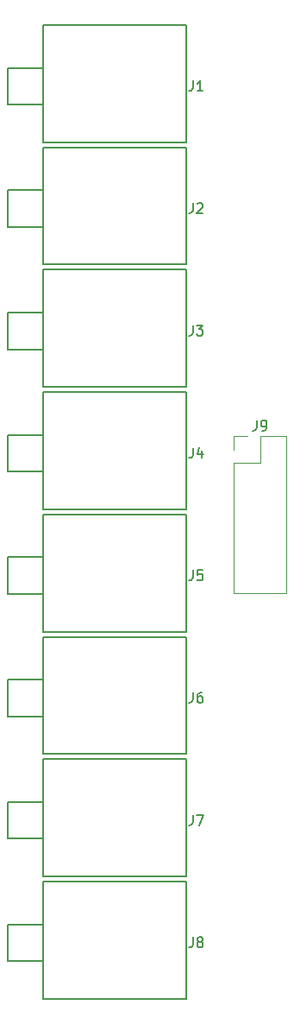
<source format=gbr>
G04 #@! TF.GenerationSoftware,KiCad,Pcbnew,9.0.0*
G04 #@! TF.CreationDate,2025-02-23T15:49:32-07:00*
G04 #@! TF.ProjectId,Patch_Bay,50617463-685f-4426-9179-2e6b69636164,rev?*
G04 #@! TF.SameCoordinates,Original*
G04 #@! TF.FileFunction,Legend,Top*
G04 #@! TF.FilePolarity,Positive*
%FSLAX46Y46*%
G04 Gerber Fmt 4.6, Leading zero omitted, Abs format (unit mm)*
G04 Created by KiCad (PCBNEW 9.0.0) date 2025-02-23 15:49:32*
%MOMM*%
%LPD*%
G01*
G04 APERTURE LIST*
%ADD10C,0.150000*%
%ADD11C,0.120000*%
G04 APERTURE END LIST*
D10*
X14666666Y-7454819D02*
X14666666Y-8169104D01*
X14666666Y-8169104D02*
X14619047Y-8311961D01*
X14619047Y-8311961D02*
X14523809Y-8407200D01*
X14523809Y-8407200D02*
X14380952Y-8454819D01*
X14380952Y-8454819D02*
X14285714Y-8454819D01*
X15666666Y-8454819D02*
X15095238Y-8454819D01*
X15380952Y-8454819D02*
X15380952Y-7454819D01*
X15380952Y-7454819D02*
X15285714Y-7597676D01*
X15285714Y-7597676D02*
X15190476Y-7692914D01*
X15190476Y-7692914D02*
X15095238Y-7740533D01*
X14666666Y-19454819D02*
X14666666Y-20169104D01*
X14666666Y-20169104D02*
X14619047Y-20311961D01*
X14619047Y-20311961D02*
X14523809Y-20407200D01*
X14523809Y-20407200D02*
X14380952Y-20454819D01*
X14380952Y-20454819D02*
X14285714Y-20454819D01*
X15095238Y-19550057D02*
X15142857Y-19502438D01*
X15142857Y-19502438D02*
X15238095Y-19454819D01*
X15238095Y-19454819D02*
X15476190Y-19454819D01*
X15476190Y-19454819D02*
X15571428Y-19502438D01*
X15571428Y-19502438D02*
X15619047Y-19550057D01*
X15619047Y-19550057D02*
X15666666Y-19645295D01*
X15666666Y-19645295D02*
X15666666Y-19740533D01*
X15666666Y-19740533D02*
X15619047Y-19883390D01*
X15619047Y-19883390D02*
X15047619Y-20454819D01*
X15047619Y-20454819D02*
X15666666Y-20454819D01*
X14666666Y-31454819D02*
X14666666Y-32169104D01*
X14666666Y-32169104D02*
X14619047Y-32311961D01*
X14619047Y-32311961D02*
X14523809Y-32407200D01*
X14523809Y-32407200D02*
X14380952Y-32454819D01*
X14380952Y-32454819D02*
X14285714Y-32454819D01*
X15047619Y-31454819D02*
X15666666Y-31454819D01*
X15666666Y-31454819D02*
X15333333Y-31835771D01*
X15333333Y-31835771D02*
X15476190Y-31835771D01*
X15476190Y-31835771D02*
X15571428Y-31883390D01*
X15571428Y-31883390D02*
X15619047Y-31931009D01*
X15619047Y-31931009D02*
X15666666Y-32026247D01*
X15666666Y-32026247D02*
X15666666Y-32264342D01*
X15666666Y-32264342D02*
X15619047Y-32359580D01*
X15619047Y-32359580D02*
X15571428Y-32407200D01*
X15571428Y-32407200D02*
X15476190Y-32454819D01*
X15476190Y-32454819D02*
X15190476Y-32454819D01*
X15190476Y-32454819D02*
X15095238Y-32407200D01*
X15095238Y-32407200D02*
X15047619Y-32359580D01*
X14666666Y-43454819D02*
X14666666Y-44169104D01*
X14666666Y-44169104D02*
X14619047Y-44311961D01*
X14619047Y-44311961D02*
X14523809Y-44407200D01*
X14523809Y-44407200D02*
X14380952Y-44454819D01*
X14380952Y-44454819D02*
X14285714Y-44454819D01*
X15571428Y-43788152D02*
X15571428Y-44454819D01*
X15333333Y-43407200D02*
X15095238Y-44121485D01*
X15095238Y-44121485D02*
X15714285Y-44121485D01*
X14666666Y-55454819D02*
X14666666Y-56169104D01*
X14666666Y-56169104D02*
X14619047Y-56311961D01*
X14619047Y-56311961D02*
X14523809Y-56407200D01*
X14523809Y-56407200D02*
X14380952Y-56454819D01*
X14380952Y-56454819D02*
X14285714Y-56454819D01*
X15619047Y-55454819D02*
X15142857Y-55454819D01*
X15142857Y-55454819D02*
X15095238Y-55931009D01*
X15095238Y-55931009D02*
X15142857Y-55883390D01*
X15142857Y-55883390D02*
X15238095Y-55835771D01*
X15238095Y-55835771D02*
X15476190Y-55835771D01*
X15476190Y-55835771D02*
X15571428Y-55883390D01*
X15571428Y-55883390D02*
X15619047Y-55931009D01*
X15619047Y-55931009D02*
X15666666Y-56026247D01*
X15666666Y-56026247D02*
X15666666Y-56264342D01*
X15666666Y-56264342D02*
X15619047Y-56359580D01*
X15619047Y-56359580D02*
X15571428Y-56407200D01*
X15571428Y-56407200D02*
X15476190Y-56454819D01*
X15476190Y-56454819D02*
X15238095Y-56454819D01*
X15238095Y-56454819D02*
X15142857Y-56407200D01*
X15142857Y-56407200D02*
X15095238Y-56359580D01*
X14666666Y-67454819D02*
X14666666Y-68169104D01*
X14666666Y-68169104D02*
X14619047Y-68311961D01*
X14619047Y-68311961D02*
X14523809Y-68407200D01*
X14523809Y-68407200D02*
X14380952Y-68454819D01*
X14380952Y-68454819D02*
X14285714Y-68454819D01*
X15571428Y-67454819D02*
X15380952Y-67454819D01*
X15380952Y-67454819D02*
X15285714Y-67502438D01*
X15285714Y-67502438D02*
X15238095Y-67550057D01*
X15238095Y-67550057D02*
X15142857Y-67692914D01*
X15142857Y-67692914D02*
X15095238Y-67883390D01*
X15095238Y-67883390D02*
X15095238Y-68264342D01*
X15095238Y-68264342D02*
X15142857Y-68359580D01*
X15142857Y-68359580D02*
X15190476Y-68407200D01*
X15190476Y-68407200D02*
X15285714Y-68454819D01*
X15285714Y-68454819D02*
X15476190Y-68454819D01*
X15476190Y-68454819D02*
X15571428Y-68407200D01*
X15571428Y-68407200D02*
X15619047Y-68359580D01*
X15619047Y-68359580D02*
X15666666Y-68264342D01*
X15666666Y-68264342D02*
X15666666Y-68026247D01*
X15666666Y-68026247D02*
X15619047Y-67931009D01*
X15619047Y-67931009D02*
X15571428Y-67883390D01*
X15571428Y-67883390D02*
X15476190Y-67835771D01*
X15476190Y-67835771D02*
X15285714Y-67835771D01*
X15285714Y-67835771D02*
X15190476Y-67883390D01*
X15190476Y-67883390D02*
X15142857Y-67931009D01*
X15142857Y-67931009D02*
X15095238Y-68026247D01*
X14666666Y-79454819D02*
X14666666Y-80169104D01*
X14666666Y-80169104D02*
X14619047Y-80311961D01*
X14619047Y-80311961D02*
X14523809Y-80407200D01*
X14523809Y-80407200D02*
X14380952Y-80454819D01*
X14380952Y-80454819D02*
X14285714Y-80454819D01*
X15047619Y-79454819D02*
X15714285Y-79454819D01*
X15714285Y-79454819D02*
X15285714Y-80454819D01*
X14666666Y-91454819D02*
X14666666Y-92169104D01*
X14666666Y-92169104D02*
X14619047Y-92311961D01*
X14619047Y-92311961D02*
X14523809Y-92407200D01*
X14523809Y-92407200D02*
X14380952Y-92454819D01*
X14380952Y-92454819D02*
X14285714Y-92454819D01*
X15285714Y-91883390D02*
X15190476Y-91835771D01*
X15190476Y-91835771D02*
X15142857Y-91788152D01*
X15142857Y-91788152D02*
X15095238Y-91692914D01*
X15095238Y-91692914D02*
X15095238Y-91645295D01*
X15095238Y-91645295D02*
X15142857Y-91550057D01*
X15142857Y-91550057D02*
X15190476Y-91502438D01*
X15190476Y-91502438D02*
X15285714Y-91454819D01*
X15285714Y-91454819D02*
X15476190Y-91454819D01*
X15476190Y-91454819D02*
X15571428Y-91502438D01*
X15571428Y-91502438D02*
X15619047Y-91550057D01*
X15619047Y-91550057D02*
X15666666Y-91645295D01*
X15666666Y-91645295D02*
X15666666Y-91692914D01*
X15666666Y-91692914D02*
X15619047Y-91788152D01*
X15619047Y-91788152D02*
X15571428Y-91835771D01*
X15571428Y-91835771D02*
X15476190Y-91883390D01*
X15476190Y-91883390D02*
X15285714Y-91883390D01*
X15285714Y-91883390D02*
X15190476Y-91931009D01*
X15190476Y-91931009D02*
X15142857Y-91978628D01*
X15142857Y-91978628D02*
X15095238Y-92073866D01*
X15095238Y-92073866D02*
X15095238Y-92264342D01*
X15095238Y-92264342D02*
X15142857Y-92359580D01*
X15142857Y-92359580D02*
X15190476Y-92407200D01*
X15190476Y-92407200D02*
X15285714Y-92454819D01*
X15285714Y-92454819D02*
X15476190Y-92454819D01*
X15476190Y-92454819D02*
X15571428Y-92407200D01*
X15571428Y-92407200D02*
X15619047Y-92359580D01*
X15619047Y-92359580D02*
X15666666Y-92264342D01*
X15666666Y-92264342D02*
X15666666Y-92073866D01*
X15666666Y-92073866D02*
X15619047Y-91978628D01*
X15619047Y-91978628D02*
X15571428Y-91931009D01*
X15571428Y-91931009D02*
X15476190Y-91883390D01*
X20936666Y-40774819D02*
X20936666Y-41489104D01*
X20936666Y-41489104D02*
X20889047Y-41631961D01*
X20889047Y-41631961D02*
X20793809Y-41727200D01*
X20793809Y-41727200D02*
X20650952Y-41774819D01*
X20650952Y-41774819D02*
X20555714Y-41774819D01*
X21460476Y-41774819D02*
X21650952Y-41774819D01*
X21650952Y-41774819D02*
X21746190Y-41727200D01*
X21746190Y-41727200D02*
X21793809Y-41679580D01*
X21793809Y-41679580D02*
X21889047Y-41536723D01*
X21889047Y-41536723D02*
X21936666Y-41346247D01*
X21936666Y-41346247D02*
X21936666Y-40965295D01*
X21936666Y-40965295D02*
X21889047Y-40870057D01*
X21889047Y-40870057D02*
X21841428Y-40822438D01*
X21841428Y-40822438D02*
X21746190Y-40774819D01*
X21746190Y-40774819D02*
X21555714Y-40774819D01*
X21555714Y-40774819D02*
X21460476Y-40822438D01*
X21460476Y-40822438D02*
X21412857Y-40870057D01*
X21412857Y-40870057D02*
X21365238Y-40965295D01*
X21365238Y-40965295D02*
X21365238Y-41203390D01*
X21365238Y-41203390D02*
X21412857Y-41298628D01*
X21412857Y-41298628D02*
X21460476Y-41346247D01*
X21460476Y-41346247D02*
X21555714Y-41393866D01*
X21555714Y-41393866D02*
X21746190Y-41393866D01*
X21746190Y-41393866D02*
X21841428Y-41346247D01*
X21841428Y-41346247D02*
X21889047Y-41298628D01*
X21889047Y-41298628D02*
X21936666Y-41203390D01*
X0Y-2000000D02*
X14000000Y-2000000D01*
X14000000Y-2000000D02*
X14000000Y-13500000D01*
X0Y-9800000D02*
X-3500000Y-9800000D01*
X-3500000Y-6200000D02*
X-3500000Y-9800000D01*
X14000000Y-13500000D02*
X0Y-13500000D01*
X0Y-6200000D02*
X-3500000Y-6200000D01*
X0Y-13500000D02*
X0Y-2000000D01*
X0Y-14000000D02*
X14000000Y-14000000D01*
X0Y-25500000D02*
X0Y-14000000D01*
X14000000Y-25500000D02*
X0Y-25500000D01*
X14000000Y-14000000D02*
X14000000Y-25500000D01*
X-3500000Y-18200000D02*
X-3500000Y-21800000D01*
X0Y-18200000D02*
X-3500000Y-18200000D01*
X0Y-21800000D02*
X-3500000Y-21800000D01*
X0Y-26000000D02*
X14000000Y-26000000D01*
X0Y-37500000D02*
X0Y-26000000D01*
X14000000Y-26000000D02*
X14000000Y-37500000D01*
X-3500000Y-30200000D02*
X-3500000Y-33800000D01*
X14000000Y-37500000D02*
X0Y-37500000D01*
X0Y-30200000D02*
X-3500000Y-30200000D01*
X0Y-33800000D02*
X-3500000Y-33800000D01*
X0Y-42200000D02*
X-3500000Y-42200000D01*
X14000000Y-38000000D02*
X14000000Y-49500000D01*
X0Y-45800000D02*
X-3500000Y-45800000D01*
X14000000Y-49500000D02*
X0Y-49500000D01*
X0Y-49500000D02*
X0Y-38000000D01*
X0Y-38000000D02*
X14000000Y-38000000D01*
X-3500000Y-42200000D02*
X-3500000Y-45800000D01*
X0Y-57800000D02*
X-3500000Y-57800000D01*
X14000000Y-61500000D02*
X0Y-61500000D01*
X14000000Y-50000000D02*
X14000000Y-61500000D01*
X0Y-50000000D02*
X14000000Y-50000000D01*
X0Y-54200000D02*
X-3500000Y-54200000D01*
X0Y-61500000D02*
X0Y-50000000D01*
X-3500000Y-54200000D02*
X-3500000Y-57800000D01*
X0Y-62000000D02*
X14000000Y-62000000D01*
X14000000Y-73500000D02*
X0Y-73500000D01*
X0Y-73500000D02*
X0Y-62000000D01*
X0Y-69800000D02*
X-3500000Y-69800000D01*
X-3500000Y-66200000D02*
X-3500000Y-69800000D01*
X14000000Y-62000000D02*
X14000000Y-73500000D01*
X0Y-66200000D02*
X-3500000Y-66200000D01*
X14000000Y-74000000D02*
X14000000Y-85500000D01*
X-3500000Y-78200000D02*
X-3500000Y-81800000D01*
X0Y-81800000D02*
X-3500000Y-81800000D01*
X14000000Y-85500000D02*
X0Y-85500000D01*
X0Y-74000000D02*
X14000000Y-74000000D01*
X0Y-78200000D02*
X-3500000Y-78200000D01*
X0Y-85500000D02*
X0Y-74000000D01*
X0Y-97500000D02*
X0Y-86000000D01*
X0Y-90200000D02*
X-3500000Y-90200000D01*
X0Y-86000000D02*
X14000000Y-86000000D01*
X14000000Y-86000000D02*
X14000000Y-97500000D01*
X14000000Y-97500000D02*
X0Y-97500000D01*
X0Y-93800000D02*
X-3500000Y-93800000D01*
X-3500000Y-90200000D02*
X-3500000Y-93800000D01*
D11*
X21270000Y-42320000D02*
X23870000Y-42320000D01*
X18670000Y-57680000D02*
X23870000Y-57680000D01*
X21270000Y-44920000D02*
X21270000Y-42320000D01*
X23870000Y-42320000D02*
X23870000Y-57680000D01*
X18670000Y-44920000D02*
X18670000Y-57680000D01*
X18670000Y-43650000D02*
X18670000Y-42320000D01*
X18670000Y-44920000D02*
X21270000Y-44920000D01*
X18670000Y-42320000D02*
X20000000Y-42320000D01*
M02*

</source>
